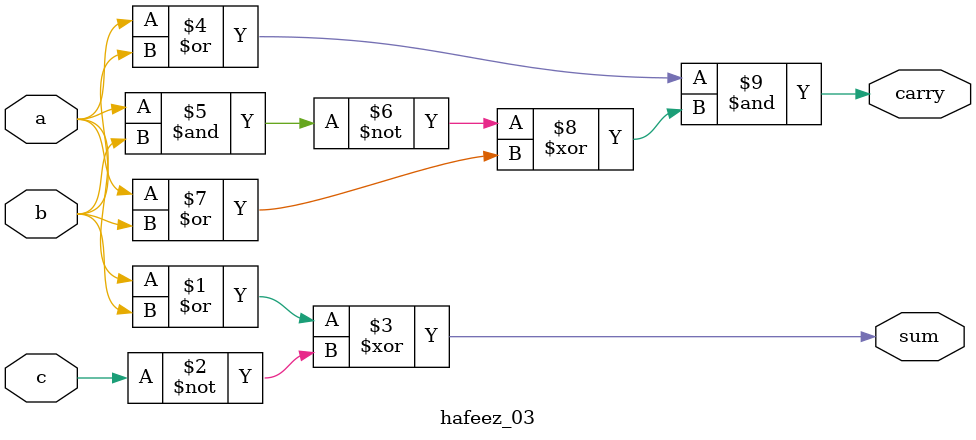
<source format=sv>
module hafeez_03(
input wire a, 
input wire b,
input wire c,
output wire sum,
output wire carry
);

assign sum = (a | b) ^ ~c;
assign carry = (a | b) & (~(a&b) ^ (a | b));
endmodule

</source>
